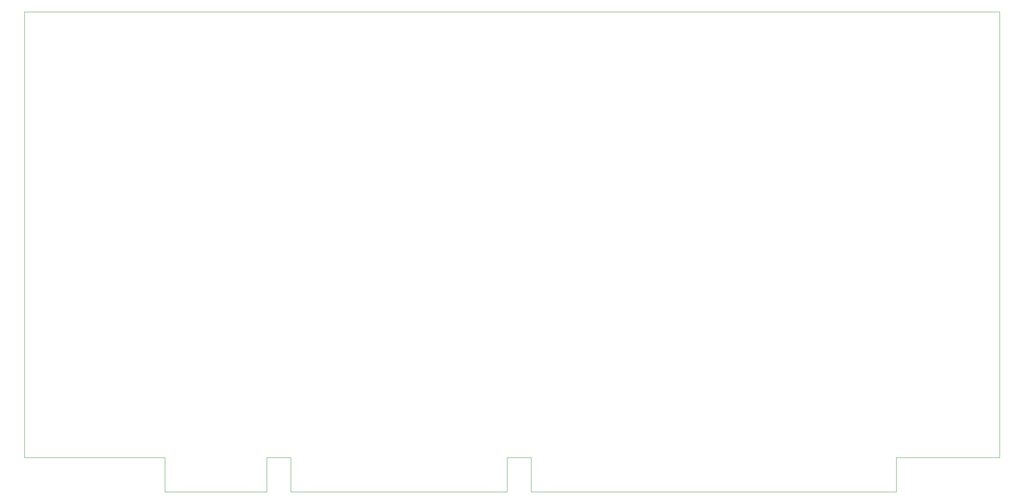
<source format=gbr>
G04 #@! TF.GenerationSoftware,KiCad,Pcbnew,(5.1.8)-1*
G04 #@! TF.CreationDate,2021-12-28T18:56:34-07:00*
G04 #@! TF.ProjectId,8086,38303836-2e6b-4696-9361-645f70636258,rev?*
G04 #@! TF.SameCoordinates,Original*
G04 #@! TF.FileFunction,Profile,NP*
%FSLAX46Y46*%
G04 Gerber Fmt 4.6, Leading zero omitted, Abs format (unit mm)*
G04 Created by KiCad (PCBNEW (5.1.8)-1) date 2021-12-28 18:56:34*
%MOMM*%
%LPD*%
G01*
G04 APERTURE LIST*
G04 #@! TA.AperFunction,Profile*
%ADD10C,0.050000*%
G04 #@! TD*
G04 APERTURE END LIST*
D10*
X31488380Y-31978600D02*
X31488380Y-131038600D01*
X62603380Y-31978600D02*
X31488380Y-31978600D01*
X62603380Y-131038600D02*
X31488380Y-131038600D01*
X85209380Y-131038600D02*
X90543380Y-131038600D01*
X138549380Y-131038600D02*
X143883380Y-131038600D01*
X224909380Y-131038600D02*
X224909380Y-138658600D01*
X62603380Y-31978600D02*
X247896380Y-31978600D01*
X247896380Y-131038600D02*
X247896380Y-31978600D01*
X62603380Y-138658600D02*
X62603380Y-131038600D01*
X85209380Y-138658600D02*
X62603380Y-138658600D01*
X85209380Y-131038600D02*
X85209380Y-138658600D01*
X90543380Y-138658600D02*
X90543380Y-131038600D01*
X138549380Y-138658600D02*
X90543380Y-138658600D01*
X143883380Y-138658600D02*
X143883380Y-131038600D01*
X138549380Y-138658600D02*
X138549380Y-131038600D01*
X224909380Y-138658600D02*
X143883380Y-138658600D01*
X224909380Y-131038600D02*
X247896380Y-131038600D01*
M02*

</source>
